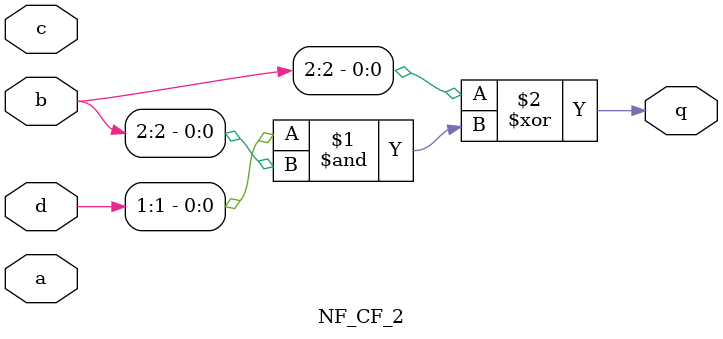
<source format=v>
/*
* -----------------------------------------------------------------
* COMPANY : Ruhr University Bochum
* AUTHOR  : Amir Moradi amir.moradi@rub.de Aein Rezaei Shahmirzadi aein.rezaeishahmirzadi@rub.de
* DOCUMENT: "Second-Order SCA Security with almost no Fresh Randomness" TCHES 2021, Issue 3
* -----------------------------------------------------------------
*
* Copyright c 2021, Amir Moradi, Aein Rezaei Shahmirzadi
*
* All rights reserved.
*
* THIS SOFTWARE IS PROVIDED BY THE COPYRIGHT HOLDERS AND CONTRIBUTORS "AS IS" AND
* ANY EXPRESS OR IMPLIED WARRANTIES, INCLUDING, BUT NOT LIMITED TO, THE IMPLIED
* WARRANTIES OF MERCHANTABILITY AND FITNESS FOR A PARTICULAR PURPOSE ARE
* DISCLAIMED. IN NO EVENT SHALL THE COPYRIGHT HOLDER OR CONTRIBUTERS BE LIABLE FOR ANY
* DIRECT, INDIRECT, INCIDENTAL, SPECIAL, EXEMPLARY, OR CONSEQUENTIAL DAMAGES
* INCLUDING, BUT NOT LIMITED TO, PROCUREMENT OF SUBSTITUTE GOODS OR SERVICES;
* LOSS OF USE, DATA, OR PROFITS; OR BUSINESS INTERRUPTION HOWEVER CAUSED AND
* ON ANY THEORY OF LIABILITY, WHETHER IN CONTRACT, STRICT LIABILITY, OR TORT
* INCLUDING NEGLIGENCE OR OTHERWISE ARISING IN ANY WAY OUT OF THE USE OF THIS
* SOFTWARE, EVEN IF ADVISED OF THE POSSIBILITY OF SUCH DAMAGE.
*
* Please see LICENSE and README for license and further instructions.
*/

module NF_CF_2(
    input [3:1] a,
    input [3:1] b,
    input [3:1] c,
    input [3:1] d,
    output q 
	 );
	 
	parameter num = 1;
	 
	generate

		if(num==0) begin
			assign q = (d[1]&b[1]);
		end
		if(num==1) begin
			assign q = b[2] ^ (d[1]&b[2]);
		end
		if(num==2) begin
			assign q = a[2] ^ (d[2]&b[1]);
		end
		if(num==3) begin
			assign q = b[3] ^ a[1] ^ (d[1]&b[3]);
		end
		if(num==4) begin
			assign q = (d[2]&b[2]);
		end
		if(num==5) begin
			assign q = d[3] ^ b[2] ^ (d[3]&b[2]);
		end
		if(num==6) begin
			assign q = (d[2]&b[3]);
		end
		if(num==7) begin
			assign q = a[3] ^ (d[3]&b[1]);
		end
		if(num==8) begin
			assign q = d[3] ^ b[3] ^ (d[3]&b[3]);
		end
		if(num==9) begin
			assign q = c[1] ^ (d[1]&c[1]);
		end
		if(num==10) begin
			assign q = d[1] ^ (d[1]&c[2]);
		end
		if(num==11) begin
			assign q = d[1] ^ b[1] ^ (d[1]&c[3]);
		end
		if(num==12) begin
			assign q = c[1] ^ (d[2]&c[1]);
		end
		if(num==13) begin
			assign q = (d[2]&c[2]);
		end
		if(num==14) begin
			assign q = c[3] ^ b[2] ^ (d[2]&c[3]);
		end
		if(num==15) begin
			assign q = b[3] ^ (d[3]&c[1]);
		end
		if(num==16) begin
			assign q = (d[3]&c[2]);
		end
		if(num==17) begin
			assign q = c[3] ^ (d[3]&c[3]);
		end
		


	endgenerate


endmodule

</source>
